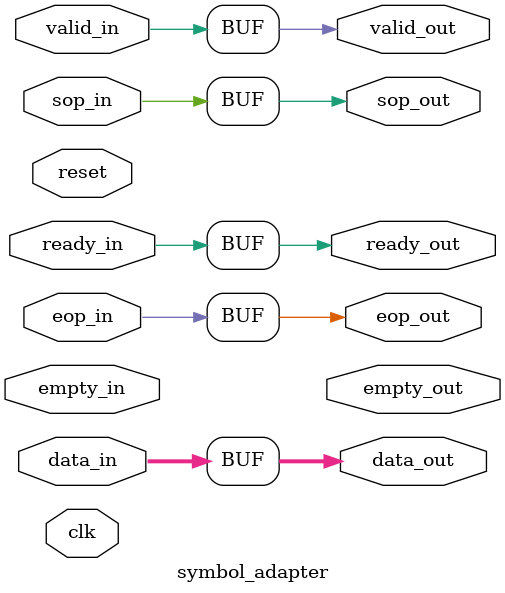
<source format=sv>
module symbol_adapter (
	input clk,
	input reset,
	
	// Avalon-ST sink
	output ready_out,
	input valid_in,
	input [23:0] data_in,
	input eop_in,
	input sop_in,
	input [1:0] empty_in,
	
	// Avalon-ST source
	
	input ready_in,
	output valid_out,
	output [23:0] data_out,
	output eop_out,
	output sop_out,
	output empty_out
);
	assign ready_out = ready_in;
	assign valid_out = valid_in;
	assign data_out = data_in;
	assign eop_out = eop_in;
	assign sop_out = sop_in;
	//XXX: Emptyness currently unhandled - hope underflow doesn't occur since it's pretty bad in any case
endmodule
</source>
